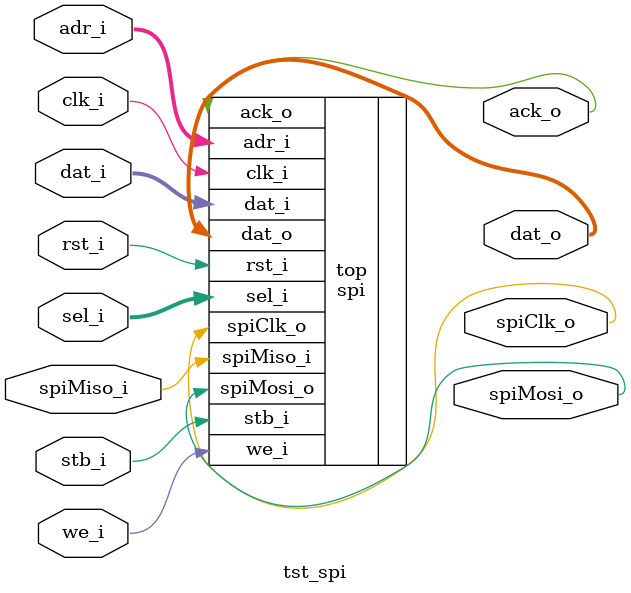
<source format=v>
`include "spi.v"
`timescale 1ns/1ns

module tst_spi (
    input clk_i,
    input rst_i,

    input [3:2] adr_i,
    input [3:0] sel_i,
    input stb_i,
    input we_i,
    input [31:0] dat_i,
    output reg [31:0] dat_o,
    output ack_o,

    output reg spiClk_o,
    output reg spiMosi_o,
    input spiMiso_i
);

spi top(
    .clk_i(clk_i),
    .rst_i(rst_i),

    .adr_i(adr_i),
    .sel_i(sel_i),
    .stb_i(stb_i),
    .we_i(we_i),
    .dat_i(dat_i),
    .dat_o(dat_o),
    .ack_o(ack_o),

    .spiClk_o(spiClk_o),
    .spiMosi_o(spiMosi_o),
    .spiMiso_i(spiMiso_i)
);

initial begin
    $dumpfile("logs/vlt_dump.vcd");
    $dumpvars();
end
    
endmodule

</source>
